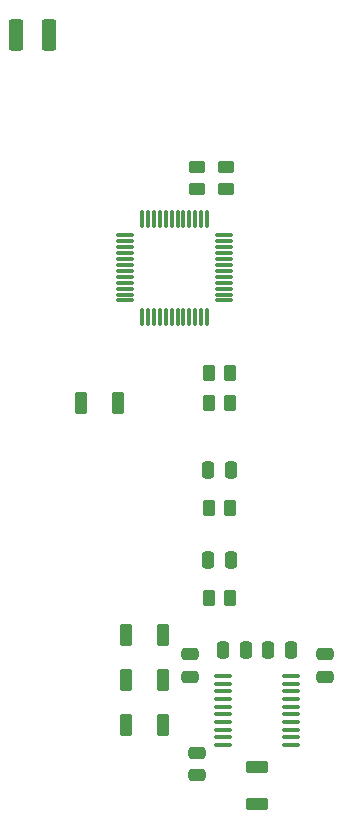
<source format=gbr>
%TF.GenerationSoftware,KiCad,Pcbnew,9.0.2+1*%
%TF.CreationDate,2025-07-26T23:55:51+01:00*%
%TF.ProjectId,ICE40HXDevBoardVGA,49434534-3048-4584-9465-76426f617264,rev?*%
%TF.SameCoordinates,Original*%
%TF.FileFunction,Paste,Top*%
%TF.FilePolarity,Positive*%
%FSLAX46Y46*%
G04 Gerber Fmt 4.6, Leading zero omitted, Abs format (unit mm)*
G04 Created by KiCad (PCBNEW 9.0.2+1) date 2025-07-26 23:55:51*
%MOMM*%
%LPD*%
G01*
G04 APERTURE LIST*
G04 Aperture macros list*
%AMRoundRect*
0 Rectangle with rounded corners*
0 $1 Rounding radius*
0 $2 $3 $4 $5 $6 $7 $8 $9 X,Y pos of 4 corners*
0 Add a 4 corners polygon primitive as box body*
4,1,4,$2,$3,$4,$5,$6,$7,$8,$9,$2,$3,0*
0 Add four circle primitives for the rounded corners*
1,1,$1+$1,$2,$3*
1,1,$1+$1,$4,$5*
1,1,$1+$1,$6,$7*
1,1,$1+$1,$8,$9*
0 Add four rect primitives between the rounded corners*
20,1,$1+$1,$2,$3,$4,$5,0*
20,1,$1+$1,$4,$5,$6,$7,0*
20,1,$1+$1,$6,$7,$8,$9,0*
20,1,$1+$1,$8,$9,$2,$3,0*%
G04 Aperture macros list end*
%ADD10RoundRect,0.250000X-0.250000X-0.475000X0.250000X-0.475000X0.250000X0.475000X-0.250000X0.475000X0*%
%ADD11RoundRect,0.250000X0.275000X0.700000X-0.275000X0.700000X-0.275000X-0.700000X0.275000X-0.700000X0*%
%ADD12RoundRect,0.250000X-0.375000X-1.075000X0.375000X-1.075000X0.375000X1.075000X-0.375000X1.075000X0*%
%ADD13RoundRect,0.250000X-0.475000X0.250000X-0.475000X-0.250000X0.475000X-0.250000X0.475000X0.250000X0*%
%ADD14RoundRect,0.250000X0.475000X-0.250000X0.475000X0.250000X-0.475000X0.250000X-0.475000X-0.250000X0*%
%ADD15RoundRect,0.250000X-0.262500X-0.450000X0.262500X-0.450000X0.262500X0.450000X-0.262500X0.450000X0*%
%ADD16RoundRect,0.075000X-0.662500X-0.075000X0.662500X-0.075000X0.662500X0.075000X-0.662500X0.075000X0*%
%ADD17RoundRect,0.075000X-0.075000X-0.662500X0.075000X-0.662500X0.075000X0.662500X-0.075000X0.662500X0*%
%ADD18RoundRect,0.250000X0.250000X0.475000X-0.250000X0.475000X-0.250000X-0.475000X0.250000X-0.475000X0*%
%ADD19RoundRect,0.100000X-0.637500X-0.100000X0.637500X-0.100000X0.637500X0.100000X-0.637500X0.100000X0*%
%ADD20RoundRect,0.250000X0.450000X-0.262500X0.450000X0.262500X-0.450000X0.262500X-0.450000X-0.262500X0*%
%ADD21RoundRect,0.250000X-0.450000X0.262500X-0.450000X-0.262500X0.450000X-0.262500X0.450000X0.262500X0*%
%ADD22RoundRect,0.250000X-0.700000X0.275000X-0.700000X-0.275000X0.700000X-0.275000X0.700000X0.275000X0*%
G04 APERTURE END LIST*
D10*
%TO.C,C6*%
X103190000Y-128905000D03*
X105090000Y-128905000D03*
%TD*%
D11*
%TO.C,FB4*%
X98095000Y-135255000D03*
X94945000Y-135255000D03*
%TD*%
%TO.C,FB1*%
X94285000Y-107950000D03*
X91135000Y-107950000D03*
%TD*%
D12*
%TO.C,D1*%
X85595000Y-76835000D03*
X88395000Y-76835000D03*
%TD*%
D11*
%TO.C,FB5*%
X98095000Y-127635000D03*
X94945000Y-127635000D03*
%TD*%
D13*
%TO.C,C9*%
X100965000Y-137560000D03*
X100965000Y-139460000D03*
%TD*%
D14*
%TO.C,C5*%
X100330000Y-131125000D03*
X100330000Y-129225000D03*
%TD*%
D15*
%TO.C,R6*%
X101957500Y-107950000D03*
X103782500Y-107950000D03*
%TD*%
D11*
%TO.C,FB2*%
X98095000Y-131445000D03*
X94945000Y-131445000D03*
%TD*%
D15*
%TO.C,R8*%
X101957500Y-124460000D03*
X103782500Y-124460000D03*
%TD*%
D10*
%TO.C,C14*%
X107000000Y-128905000D03*
X108900000Y-128905000D03*
%TD*%
D15*
%TO.C,R9*%
X101957500Y-116840000D03*
X103782500Y-116840000D03*
%TD*%
D16*
%TO.C,U1*%
X94897500Y-93770000D03*
X94897500Y-94270000D03*
X94897500Y-94770000D03*
X94897500Y-95270000D03*
X94897500Y-95770000D03*
X94897500Y-96270000D03*
X94897500Y-96770000D03*
X94897500Y-97270000D03*
X94897500Y-97770000D03*
X94897500Y-98270000D03*
X94897500Y-98770000D03*
X94897500Y-99270000D03*
D17*
X96310000Y-100682500D03*
X96810000Y-100682500D03*
X97310000Y-100682500D03*
X97810000Y-100682500D03*
X98310000Y-100682500D03*
X98810000Y-100682500D03*
X99310000Y-100682500D03*
X99810000Y-100682500D03*
X100310000Y-100682500D03*
X100810000Y-100682500D03*
X101310000Y-100682500D03*
X101810000Y-100682500D03*
D16*
X103222500Y-99270000D03*
X103222500Y-98770000D03*
X103222500Y-98270000D03*
X103222500Y-97770000D03*
X103222500Y-97270000D03*
X103222500Y-96770000D03*
X103222500Y-96270000D03*
X103222500Y-95770000D03*
X103222500Y-95270000D03*
X103222500Y-94770000D03*
X103222500Y-94270000D03*
X103222500Y-93770000D03*
D17*
X101810000Y-92357500D03*
X101310000Y-92357500D03*
X100810000Y-92357500D03*
X100310000Y-92357500D03*
X99810000Y-92357500D03*
X99310000Y-92357500D03*
X98810000Y-92357500D03*
X98310000Y-92357500D03*
X97810000Y-92357500D03*
X97310000Y-92357500D03*
X96810000Y-92357500D03*
X96310000Y-92357500D03*
%TD*%
D18*
%TO.C,C11*%
X103820000Y-113665000D03*
X101920000Y-113665000D03*
%TD*%
D19*
%TO.C,U2*%
X103182500Y-131060000D03*
X103182500Y-131710000D03*
X103182500Y-132360000D03*
X103182500Y-133010000D03*
X103182500Y-133660000D03*
X103182500Y-134310000D03*
X103182500Y-134960000D03*
X103182500Y-135610000D03*
X103182500Y-136260000D03*
X103182500Y-136910000D03*
X108907500Y-136910000D03*
X108907500Y-136260000D03*
X108907500Y-135610000D03*
X108907500Y-134960000D03*
X108907500Y-134310000D03*
X108907500Y-133660000D03*
X108907500Y-133010000D03*
X108907500Y-132360000D03*
X108907500Y-131710000D03*
X108907500Y-131060000D03*
%TD*%
D18*
%TO.C,C10*%
X103820000Y-121285000D03*
X101920000Y-121285000D03*
%TD*%
D13*
%TO.C,C15*%
X111760000Y-129225000D03*
X111760000Y-131125000D03*
%TD*%
D20*
%TO.C,R2*%
X103378000Y-89812500D03*
X103378000Y-87987500D03*
%TD*%
D15*
%TO.C,R7*%
X101957500Y-105410000D03*
X103782500Y-105410000D03*
%TD*%
D21*
%TO.C,R5*%
X100965000Y-87987500D03*
X100965000Y-89812500D03*
%TD*%
D22*
%TO.C,FB3*%
X106045000Y-138760000D03*
X106045000Y-141910000D03*
%TD*%
M02*

</source>
